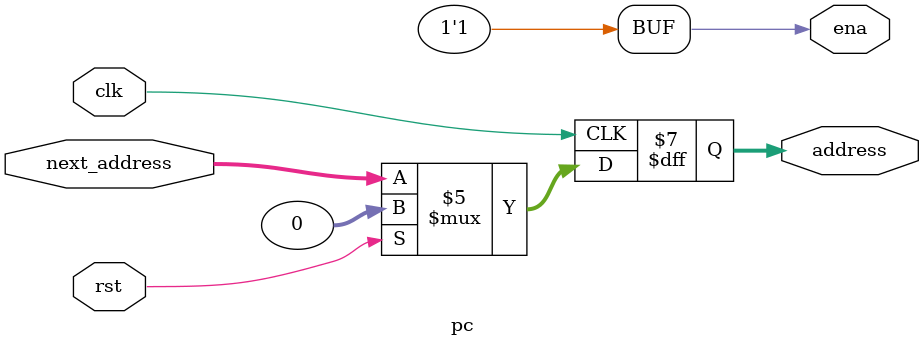
<source format=v>
`timescale 1ns / 1ps


module pc(
    input [31:0] next_address,
    input clk,
    input rst,
    output reg [31:0] address=32'h0,
    output ena
    
    );
    always @(posedge clk)
    begin
        if(!rst)
            address<=next_address;
        else
            address<=0;
    end
    assign ena=1'b1;
endmodule

</source>
